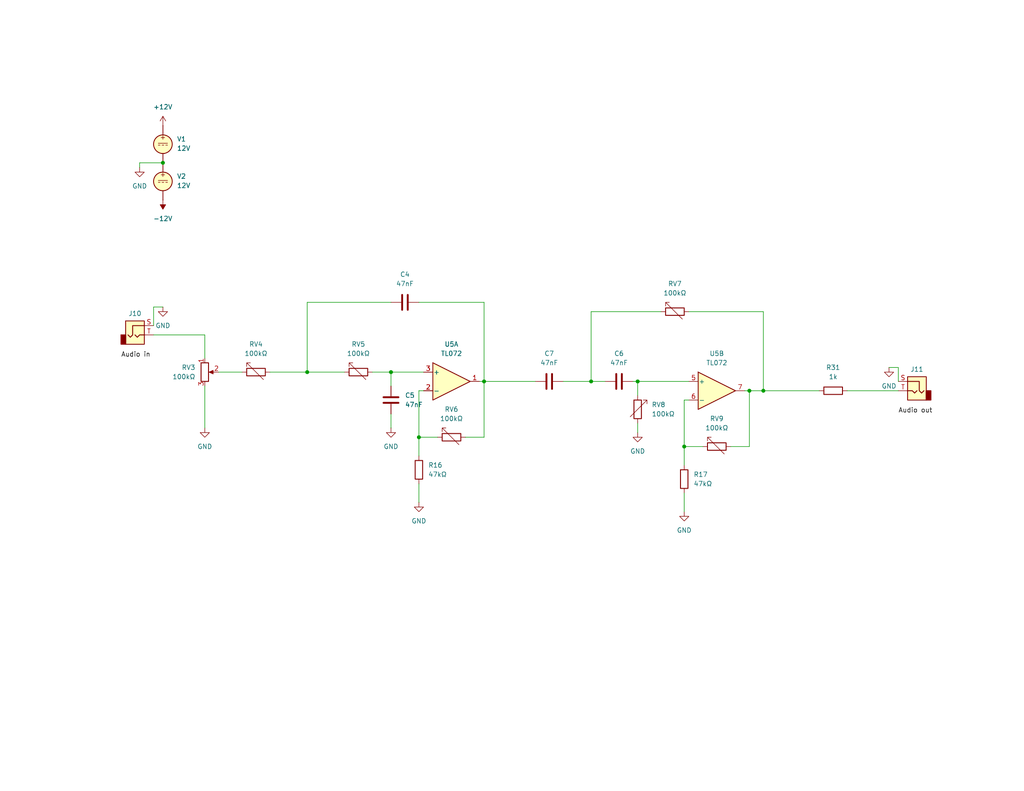
<source format=kicad_sch>
(kicad_sch
	(version 20231120)
	(generator "eeschema")
	(generator_version "8.0")
	(uuid "d82950d2-0239-45fe-b094-98353d07b6f9")
	(paper "USLetter")
	(title_block
		(title "Sillysizer VCF")
		(date "2024-10-27")
		(rev "2")
		(company "TEJ4M Ltd.")
	)
	(lib_symbols
		(symbol "Amplifier_Operational:TL072"
			(pin_names
				(offset 0.127)
			)
			(exclude_from_sim no)
			(in_bom yes)
			(on_board yes)
			(property "Reference" "U"
				(at 0 5.08 0)
				(effects
					(font
						(size 1.27 1.27)
					)
					(justify left)
				)
			)
			(property "Value" "TL072"
				(at 0 -5.08 0)
				(effects
					(font
						(size 1.27 1.27)
					)
					(justify left)
				)
			)
			(property "Footprint" ""
				(at 0 0 0)
				(effects
					(font
						(size 1.27 1.27)
					)
					(hide yes)
				)
			)
			(property "Datasheet" "http://www.ti.com/lit/ds/symlink/tl071.pdf"
				(at 0 0 0)
				(effects
					(font
						(size 1.27 1.27)
					)
					(hide yes)
				)
			)
			(property "Description" "Dual Low-Noise JFET-Input Operational Amplifiers, DIP-8/SOIC-8"
				(at 0 0 0)
				(effects
					(font
						(size 1.27 1.27)
					)
					(hide yes)
				)
			)
			(property "ki_locked" ""
				(at 0 0 0)
				(effects
					(font
						(size 1.27 1.27)
					)
				)
			)
			(property "ki_keywords" "dual opamp"
				(at 0 0 0)
				(effects
					(font
						(size 1.27 1.27)
					)
					(hide yes)
				)
			)
			(property "ki_fp_filters" "SOIC*3.9x4.9mm*P1.27mm* DIP*W7.62mm* TO*99* OnSemi*Micro8* TSSOP*3x3mm*P0.65mm* TSSOP*4.4x3mm*P0.65mm* MSOP*3x3mm*P0.65mm* SSOP*3.9x4.9mm*P0.635mm* LFCSP*2x2mm*P0.5mm* *SIP* SOIC*5.3x6.2mm*P1.27mm*"
				(at 0 0 0)
				(effects
					(font
						(size 1.27 1.27)
					)
					(hide yes)
				)
			)
			(symbol "TL072_1_1"
				(polyline
					(pts
						(xy -5.08 5.08) (xy 5.08 0) (xy -5.08 -5.08) (xy -5.08 5.08)
					)
					(stroke
						(width 0.254)
						(type default)
					)
					(fill
						(type background)
					)
				)
				(pin output line
					(at 7.62 0 180)
					(length 2.54)
					(name "~"
						(effects
							(font
								(size 1.27 1.27)
							)
						)
					)
					(number "1"
						(effects
							(font
								(size 1.27 1.27)
							)
						)
					)
				)
				(pin input line
					(at -7.62 -2.54 0)
					(length 2.54)
					(name "-"
						(effects
							(font
								(size 1.27 1.27)
							)
						)
					)
					(number "2"
						(effects
							(font
								(size 1.27 1.27)
							)
						)
					)
				)
				(pin input line
					(at -7.62 2.54 0)
					(length 2.54)
					(name "+"
						(effects
							(font
								(size 1.27 1.27)
							)
						)
					)
					(number "3"
						(effects
							(font
								(size 1.27 1.27)
							)
						)
					)
				)
			)
			(symbol "TL072_2_1"
				(polyline
					(pts
						(xy -5.08 5.08) (xy 5.08 0) (xy -5.08 -5.08) (xy -5.08 5.08)
					)
					(stroke
						(width 0.254)
						(type default)
					)
					(fill
						(type background)
					)
				)
				(pin input line
					(at -7.62 2.54 0)
					(length 2.54)
					(name "+"
						(effects
							(font
								(size 1.27 1.27)
							)
						)
					)
					(number "5"
						(effects
							(font
								(size 1.27 1.27)
							)
						)
					)
				)
				(pin input line
					(at -7.62 -2.54 0)
					(length 2.54)
					(name "-"
						(effects
							(font
								(size 1.27 1.27)
							)
						)
					)
					(number "6"
						(effects
							(font
								(size 1.27 1.27)
							)
						)
					)
				)
				(pin output line
					(at 7.62 0 180)
					(length 2.54)
					(name "~"
						(effects
							(font
								(size 1.27 1.27)
							)
						)
					)
					(number "7"
						(effects
							(font
								(size 1.27 1.27)
							)
						)
					)
				)
			)
			(symbol "TL072_3_1"
				(pin power_in line
					(at -2.54 -7.62 90)
					(length 3.81)
					(name "V-"
						(effects
							(font
								(size 1.27 1.27)
							)
						)
					)
					(number "4"
						(effects
							(font
								(size 1.27 1.27)
							)
						)
					)
				)
				(pin power_in line
					(at -2.54 7.62 270)
					(length 3.81)
					(name "V+"
						(effects
							(font
								(size 1.27 1.27)
							)
						)
					)
					(number "8"
						(effects
							(font
								(size 1.27 1.27)
							)
						)
					)
				)
			)
		)
		(symbol "Connector_Audio:AudioJack2"
			(exclude_from_sim no)
			(in_bom yes)
			(on_board yes)
			(property "Reference" "J"
				(at 0 8.89 0)
				(effects
					(font
						(size 1.27 1.27)
					)
				)
			)
			(property "Value" "AudioJack2"
				(at 0 6.35 0)
				(effects
					(font
						(size 1.27 1.27)
					)
				)
			)
			(property "Footprint" ""
				(at 0 0 0)
				(effects
					(font
						(size 1.27 1.27)
					)
					(hide yes)
				)
			)
			(property "Datasheet" "~"
				(at 0 0 0)
				(effects
					(font
						(size 1.27 1.27)
					)
					(hide yes)
				)
			)
			(property "Description" "Audio Jack, 2 Poles (Mono / TS)"
				(at 0 0 0)
				(effects
					(font
						(size 1.27 1.27)
					)
					(hide yes)
				)
			)
			(property "ki_keywords" "audio jack receptacle mono phone headphone TS connector"
				(at 0 0 0)
				(effects
					(font
						(size 1.27 1.27)
					)
					(hide yes)
				)
			)
			(property "ki_fp_filters" "Jack*"
				(at 0 0 0)
				(effects
					(font
						(size 1.27 1.27)
					)
					(hide yes)
				)
			)
			(symbol "AudioJack2_0_1"
				(rectangle
					(start -3.81 0)
					(end -2.54 -2.54)
					(stroke
						(width 0.254)
						(type default)
					)
					(fill
						(type outline)
					)
				)
				(rectangle
					(start -2.54 3.81)
					(end 2.54 -2.54)
					(stroke
						(width 0.254)
						(type default)
					)
					(fill
						(type background)
					)
				)
				(polyline
					(pts
						(xy 0 0) (xy 0.635 -0.635) (xy 1.27 0) (xy 2.54 0)
					)
					(stroke
						(width 0.254)
						(type default)
					)
					(fill
						(type none)
					)
				)
				(polyline
					(pts
						(xy 2.54 2.54) (xy -0.635 2.54) (xy -0.635 0) (xy -1.27 -0.635) (xy -1.905 0)
					)
					(stroke
						(width 0.254)
						(type default)
					)
					(fill
						(type none)
					)
				)
			)
			(symbol "AudioJack2_1_1"
				(pin passive line
					(at 5.08 2.54 180)
					(length 2.54)
					(name "~"
						(effects
							(font
								(size 1.27 1.27)
							)
						)
					)
					(number "S"
						(effects
							(font
								(size 1.27 1.27)
							)
						)
					)
				)
				(pin passive line
					(at 5.08 0 180)
					(length 2.54)
					(name "~"
						(effects
							(font
								(size 1.27 1.27)
							)
						)
					)
					(number "T"
						(effects
							(font
								(size 1.27 1.27)
							)
						)
					)
				)
			)
		)
		(symbol "Device:C"
			(pin_numbers hide)
			(pin_names
				(offset 0.254)
			)
			(exclude_from_sim no)
			(in_bom yes)
			(on_board yes)
			(property "Reference" "C"
				(at 0.635 2.54 0)
				(effects
					(font
						(size 1.27 1.27)
					)
					(justify left)
				)
			)
			(property "Value" "C"
				(at 0.635 -2.54 0)
				(effects
					(font
						(size 1.27 1.27)
					)
					(justify left)
				)
			)
			(property "Footprint" ""
				(at 0.9652 -3.81 0)
				(effects
					(font
						(size 1.27 1.27)
					)
					(hide yes)
				)
			)
			(property "Datasheet" "~"
				(at 0 0 0)
				(effects
					(font
						(size 1.27 1.27)
					)
					(hide yes)
				)
			)
			(property "Description" "Unpolarized capacitor"
				(at 0 0 0)
				(effects
					(font
						(size 1.27 1.27)
					)
					(hide yes)
				)
			)
			(property "ki_keywords" "cap capacitor"
				(at 0 0 0)
				(effects
					(font
						(size 1.27 1.27)
					)
					(hide yes)
				)
			)
			(property "ki_fp_filters" "C_*"
				(at 0 0 0)
				(effects
					(font
						(size 1.27 1.27)
					)
					(hide yes)
				)
			)
			(symbol "C_0_1"
				(polyline
					(pts
						(xy -2.032 -0.762) (xy 2.032 -0.762)
					)
					(stroke
						(width 0.508)
						(type default)
					)
					(fill
						(type none)
					)
				)
				(polyline
					(pts
						(xy -2.032 0.762) (xy 2.032 0.762)
					)
					(stroke
						(width 0.508)
						(type default)
					)
					(fill
						(type none)
					)
				)
			)
			(symbol "C_1_1"
				(pin passive line
					(at 0 3.81 270)
					(length 2.794)
					(name "~"
						(effects
							(font
								(size 1.27 1.27)
							)
						)
					)
					(number "1"
						(effects
							(font
								(size 1.27 1.27)
							)
						)
					)
				)
				(pin passive line
					(at 0 -3.81 90)
					(length 2.794)
					(name "~"
						(effects
							(font
								(size 1.27 1.27)
							)
						)
					)
					(number "2"
						(effects
							(font
								(size 1.27 1.27)
							)
						)
					)
				)
			)
		)
		(symbol "Device:R"
			(pin_numbers hide)
			(pin_names
				(offset 0)
			)
			(exclude_from_sim no)
			(in_bom yes)
			(on_board yes)
			(property "Reference" "R"
				(at 2.032 0 90)
				(effects
					(font
						(size 1.27 1.27)
					)
				)
			)
			(property "Value" "R"
				(at 0 0 90)
				(effects
					(font
						(size 1.27 1.27)
					)
				)
			)
			(property "Footprint" ""
				(at -1.778 0 90)
				(effects
					(font
						(size 1.27 1.27)
					)
					(hide yes)
				)
			)
			(property "Datasheet" "~"
				(at 0 0 0)
				(effects
					(font
						(size 1.27 1.27)
					)
					(hide yes)
				)
			)
			(property "Description" "Resistor"
				(at 0 0 0)
				(effects
					(font
						(size 1.27 1.27)
					)
					(hide yes)
				)
			)
			(property "ki_keywords" "R res resistor"
				(at 0 0 0)
				(effects
					(font
						(size 1.27 1.27)
					)
					(hide yes)
				)
			)
			(property "ki_fp_filters" "R_*"
				(at 0 0 0)
				(effects
					(font
						(size 1.27 1.27)
					)
					(hide yes)
				)
			)
			(symbol "R_0_1"
				(rectangle
					(start -1.016 -2.54)
					(end 1.016 2.54)
					(stroke
						(width 0.254)
						(type default)
					)
					(fill
						(type none)
					)
				)
			)
			(symbol "R_1_1"
				(pin passive line
					(at 0 3.81 270)
					(length 1.27)
					(name "~"
						(effects
							(font
								(size 1.27 1.27)
							)
						)
					)
					(number "1"
						(effects
							(font
								(size 1.27 1.27)
							)
						)
					)
				)
				(pin passive line
					(at 0 -3.81 90)
					(length 1.27)
					(name "~"
						(effects
							(font
								(size 1.27 1.27)
							)
						)
					)
					(number "2"
						(effects
							(font
								(size 1.27 1.27)
							)
						)
					)
				)
			)
		)
		(symbol "Device:R_Potentiometer"
			(pin_names
				(offset 1.016) hide)
			(exclude_from_sim no)
			(in_bom yes)
			(on_board yes)
			(property "Reference" "RV"
				(at -4.445 0 90)
				(effects
					(font
						(size 1.27 1.27)
					)
				)
			)
			(property "Value" "R_Potentiometer"
				(at -2.54 0 90)
				(effects
					(font
						(size 1.27 1.27)
					)
				)
			)
			(property "Footprint" ""
				(at 0 0 0)
				(effects
					(font
						(size 1.27 1.27)
					)
					(hide yes)
				)
			)
			(property "Datasheet" "~"
				(at 0 0 0)
				(effects
					(font
						(size 1.27 1.27)
					)
					(hide yes)
				)
			)
			(property "Description" "Potentiometer"
				(at 0 0 0)
				(effects
					(font
						(size 1.27 1.27)
					)
					(hide yes)
				)
			)
			(property "ki_keywords" "resistor variable"
				(at 0 0 0)
				(effects
					(font
						(size 1.27 1.27)
					)
					(hide yes)
				)
			)
			(property "ki_fp_filters" "Potentiometer*"
				(at 0 0 0)
				(effects
					(font
						(size 1.27 1.27)
					)
					(hide yes)
				)
			)
			(symbol "R_Potentiometer_0_1"
				(polyline
					(pts
						(xy 2.54 0) (xy 1.524 0)
					)
					(stroke
						(width 0)
						(type default)
					)
					(fill
						(type none)
					)
				)
				(polyline
					(pts
						(xy 1.143 0) (xy 2.286 0.508) (xy 2.286 -0.508) (xy 1.143 0)
					)
					(stroke
						(width 0)
						(type default)
					)
					(fill
						(type outline)
					)
				)
				(rectangle
					(start 1.016 2.54)
					(end -1.016 -2.54)
					(stroke
						(width 0.254)
						(type default)
					)
					(fill
						(type none)
					)
				)
			)
			(symbol "R_Potentiometer_1_1"
				(pin passive line
					(at 0 3.81 270)
					(length 1.27)
					(name "1"
						(effects
							(font
								(size 1.27 1.27)
							)
						)
					)
					(number "1"
						(effects
							(font
								(size 1.27 1.27)
							)
						)
					)
				)
				(pin passive line
					(at 3.81 0 180)
					(length 1.27)
					(name "2"
						(effects
							(font
								(size 1.27 1.27)
							)
						)
					)
					(number "2"
						(effects
							(font
								(size 1.27 1.27)
							)
						)
					)
				)
				(pin passive line
					(at 0 -3.81 90)
					(length 1.27)
					(name "3"
						(effects
							(font
								(size 1.27 1.27)
							)
						)
					)
					(number "3"
						(effects
							(font
								(size 1.27 1.27)
							)
						)
					)
				)
			)
		)
		(symbol "Device:R_Variable"
			(pin_numbers hide)
			(pin_names
				(offset 0)
			)
			(exclude_from_sim no)
			(in_bom yes)
			(on_board yes)
			(property "Reference" "R"
				(at 2.54 -2.54 90)
				(effects
					(font
						(size 1.27 1.27)
					)
					(justify left)
				)
			)
			(property "Value" "R_Variable"
				(at -2.54 -1.27 90)
				(effects
					(font
						(size 1.27 1.27)
					)
					(justify left)
				)
			)
			(property "Footprint" ""
				(at -1.778 0 90)
				(effects
					(font
						(size 1.27 1.27)
					)
					(hide yes)
				)
			)
			(property "Datasheet" "~"
				(at 0 0 0)
				(effects
					(font
						(size 1.27 1.27)
					)
					(hide yes)
				)
			)
			(property "Description" "Variable resistor"
				(at 0 0 0)
				(effects
					(font
						(size 1.27 1.27)
					)
					(hide yes)
				)
			)
			(property "ki_keywords" "R res resistor variable potentiometer rheostat"
				(at 0 0 0)
				(effects
					(font
						(size 1.27 1.27)
					)
					(hide yes)
				)
			)
			(property "ki_fp_filters" "R_*"
				(at 0 0 0)
				(effects
					(font
						(size 1.27 1.27)
					)
					(hide yes)
				)
			)
			(symbol "R_Variable_0_1"
				(rectangle
					(start -1.016 -2.54)
					(end 1.016 2.54)
					(stroke
						(width 0.254)
						(type default)
					)
					(fill
						(type none)
					)
				)
				(polyline
					(pts
						(xy 2.54 1.524) (xy 2.54 2.54) (xy 1.524 2.54) (xy 2.54 2.54) (xy -2.032 -2.032)
					)
					(stroke
						(width 0)
						(type default)
					)
					(fill
						(type none)
					)
				)
			)
			(symbol "R_Variable_1_1"
				(pin passive line
					(at 0 3.81 270)
					(length 1.27)
					(name "~"
						(effects
							(font
								(size 1.27 1.27)
							)
						)
					)
					(number "1"
						(effects
							(font
								(size 1.27 1.27)
							)
						)
					)
				)
				(pin passive line
					(at 0 -3.81 90)
					(length 1.27)
					(name "~"
						(effects
							(font
								(size 1.27 1.27)
							)
						)
					)
					(number "2"
						(effects
							(font
								(size 1.27 1.27)
							)
						)
					)
				)
			)
		)
		(symbol "Simulation_SPICE:VDC"
			(pin_numbers hide)
			(pin_names
				(offset 0.0254)
			)
			(exclude_from_sim no)
			(in_bom yes)
			(on_board yes)
			(property "Reference" "V"
				(at 2.54 2.54 0)
				(effects
					(font
						(size 1.27 1.27)
					)
					(justify left)
				)
			)
			(property "Value" "1"
				(at 2.54 0 0)
				(effects
					(font
						(size 1.27 1.27)
					)
					(justify left)
				)
			)
			(property "Footprint" ""
				(at 0 0 0)
				(effects
					(font
						(size 1.27 1.27)
					)
					(hide yes)
				)
			)
			(property "Datasheet" "https://ngspice.sourceforge.io/docs/ngspice-html-manual/manual.xhtml#sec_Independent_Sources_for"
				(at 0 0 0)
				(effects
					(font
						(size 1.27 1.27)
					)
					(hide yes)
				)
			)
			(property "Description" "Voltage source, DC"
				(at 0 0 0)
				(effects
					(font
						(size 1.27 1.27)
					)
					(hide yes)
				)
			)
			(property "Sim.Pins" "1=+ 2=-"
				(at 0 0 0)
				(effects
					(font
						(size 1.27 1.27)
					)
					(hide yes)
				)
			)
			(property "Sim.Type" "DC"
				(at 0 0 0)
				(effects
					(font
						(size 1.27 1.27)
					)
					(hide yes)
				)
			)
			(property "Sim.Device" "V"
				(at 0 0 0)
				(effects
					(font
						(size 1.27 1.27)
					)
					(justify left)
					(hide yes)
				)
			)
			(property "ki_keywords" "simulation"
				(at 0 0 0)
				(effects
					(font
						(size 1.27 1.27)
					)
					(hide yes)
				)
			)
			(symbol "VDC_0_0"
				(polyline
					(pts
						(xy -1.27 0.254) (xy 1.27 0.254)
					)
					(stroke
						(width 0)
						(type default)
					)
					(fill
						(type none)
					)
				)
				(polyline
					(pts
						(xy -0.762 -0.254) (xy -1.27 -0.254)
					)
					(stroke
						(width 0)
						(type default)
					)
					(fill
						(type none)
					)
				)
				(polyline
					(pts
						(xy 0.254 -0.254) (xy -0.254 -0.254)
					)
					(stroke
						(width 0)
						(type default)
					)
					(fill
						(type none)
					)
				)
				(polyline
					(pts
						(xy 1.27 -0.254) (xy 0.762 -0.254)
					)
					(stroke
						(width 0)
						(type default)
					)
					(fill
						(type none)
					)
				)
				(text "+"
					(at 0 1.905 0)
					(effects
						(font
							(size 1.27 1.27)
						)
					)
				)
			)
			(symbol "VDC_0_1"
				(circle
					(center 0 0)
					(radius 2.54)
					(stroke
						(width 0.254)
						(type default)
					)
					(fill
						(type background)
					)
				)
			)
			(symbol "VDC_1_1"
				(pin passive line
					(at 0 5.08 270)
					(length 2.54)
					(name "~"
						(effects
							(font
								(size 1.27 1.27)
							)
						)
					)
					(number "1"
						(effects
							(font
								(size 1.27 1.27)
							)
						)
					)
				)
				(pin passive line
					(at 0 -5.08 90)
					(length 2.54)
					(name "~"
						(effects
							(font
								(size 1.27 1.27)
							)
						)
					)
					(number "2"
						(effects
							(font
								(size 1.27 1.27)
							)
						)
					)
				)
			)
		)
		(symbol "power:+12V"
			(power)
			(pin_numbers hide)
			(pin_names
				(offset 0) hide)
			(exclude_from_sim no)
			(in_bom yes)
			(on_board yes)
			(property "Reference" "#PWR"
				(at 0 -3.81 0)
				(effects
					(font
						(size 1.27 1.27)
					)
					(hide yes)
				)
			)
			(property "Value" "+12V"
				(at 0 3.556 0)
				(effects
					(font
						(size 1.27 1.27)
					)
				)
			)
			(property "Footprint" ""
				(at 0 0 0)
				(effects
					(font
						(size 1.27 1.27)
					)
					(hide yes)
				)
			)
			(property "Datasheet" ""
				(at 0 0 0)
				(effects
					(font
						(size 1.27 1.27)
					)
					(hide yes)
				)
			)
			(property "Description" "Power symbol creates a global label with name \"+12V\""
				(at 0 0 0)
				(effects
					(font
						(size 1.27 1.27)
					)
					(hide yes)
				)
			)
			(property "ki_keywords" "global power"
				(at 0 0 0)
				(effects
					(font
						(size 1.27 1.27)
					)
					(hide yes)
				)
			)
			(symbol "+12V_0_1"
				(polyline
					(pts
						(xy -0.762 1.27) (xy 0 2.54)
					)
					(stroke
						(width 0)
						(type default)
					)
					(fill
						(type none)
					)
				)
				(polyline
					(pts
						(xy 0 0) (xy 0 2.54)
					)
					(stroke
						(width 0)
						(type default)
					)
					(fill
						(type none)
					)
				)
				(polyline
					(pts
						(xy 0 2.54) (xy 0.762 1.27)
					)
					(stroke
						(width 0)
						(type default)
					)
					(fill
						(type none)
					)
				)
			)
			(symbol "+12V_1_1"
				(pin power_in line
					(at 0 0 90)
					(length 0)
					(name "~"
						(effects
							(font
								(size 1.27 1.27)
							)
						)
					)
					(number "1"
						(effects
							(font
								(size 1.27 1.27)
							)
						)
					)
				)
			)
		)
		(symbol "power:-12V"
			(power)
			(pin_numbers hide)
			(pin_names
				(offset 0) hide)
			(exclude_from_sim no)
			(in_bom yes)
			(on_board yes)
			(property "Reference" "#PWR"
				(at 0 -3.81 0)
				(effects
					(font
						(size 1.27 1.27)
					)
					(hide yes)
				)
			)
			(property "Value" "-12V"
				(at 0 3.556 0)
				(effects
					(font
						(size 1.27 1.27)
					)
				)
			)
			(property "Footprint" ""
				(at 0 0 0)
				(effects
					(font
						(size 1.27 1.27)
					)
					(hide yes)
				)
			)
			(property "Datasheet" ""
				(at 0 0 0)
				(effects
					(font
						(size 1.27 1.27)
					)
					(hide yes)
				)
			)
			(property "Description" "Power symbol creates a global label with name \"-12V\""
				(at 0 0 0)
				(effects
					(font
						(size 1.27 1.27)
					)
					(hide yes)
				)
			)
			(property "ki_keywords" "global power"
				(at 0 0 0)
				(effects
					(font
						(size 1.27 1.27)
					)
					(hide yes)
				)
			)
			(symbol "-12V_0_0"
				(pin power_in line
					(at 0 0 90)
					(length 0)
					(name "~"
						(effects
							(font
								(size 1.27 1.27)
							)
						)
					)
					(number "1"
						(effects
							(font
								(size 1.27 1.27)
							)
						)
					)
				)
			)
			(symbol "-12V_0_1"
				(polyline
					(pts
						(xy 0 0) (xy 0 1.27) (xy 0.762 1.27) (xy 0 2.54) (xy -0.762 1.27) (xy 0 1.27)
					)
					(stroke
						(width 0)
						(type default)
					)
					(fill
						(type outline)
					)
				)
			)
		)
		(symbol "power:GND"
			(power)
			(pin_numbers hide)
			(pin_names
				(offset 0) hide)
			(exclude_from_sim no)
			(in_bom yes)
			(on_board yes)
			(property "Reference" "#PWR"
				(at 0 -6.35 0)
				(effects
					(font
						(size 1.27 1.27)
					)
					(hide yes)
				)
			)
			(property "Value" "GND"
				(at 0 -3.81 0)
				(effects
					(font
						(size 1.27 1.27)
					)
				)
			)
			(property "Footprint" ""
				(at 0 0 0)
				(effects
					(font
						(size 1.27 1.27)
					)
					(hide yes)
				)
			)
			(property "Datasheet" ""
				(at 0 0 0)
				(effects
					(font
						(size 1.27 1.27)
					)
					(hide yes)
				)
			)
			(property "Description" "Power symbol creates a global label with name \"GND\" , ground"
				(at 0 0 0)
				(effects
					(font
						(size 1.27 1.27)
					)
					(hide yes)
				)
			)
			(property "ki_keywords" "global power"
				(at 0 0 0)
				(effects
					(font
						(size 1.27 1.27)
					)
					(hide yes)
				)
			)
			(symbol "GND_0_1"
				(polyline
					(pts
						(xy 0 0) (xy 0 -1.27) (xy 1.27 -1.27) (xy 0 -2.54) (xy -1.27 -1.27) (xy 0 -1.27)
					)
					(stroke
						(width 0)
						(type default)
					)
					(fill
						(type none)
					)
				)
			)
			(symbol "GND_1_1"
				(pin power_in line
					(at 0 0 270)
					(length 0)
					(name "~"
						(effects
							(font
								(size 1.27 1.27)
							)
						)
					)
					(number "1"
						(effects
							(font
								(size 1.27 1.27)
							)
						)
					)
				)
			)
		)
	)
	(junction
		(at 114.3 119.38)
		(diameter 0)
		(color 0 0 0 0)
		(uuid "039a49db-856e-427a-a244-c44ca7683be8")
	)
	(junction
		(at 204.47 106.68)
		(diameter 0)
		(color 0 0 0 0)
		(uuid "33fbe58b-7267-4581-94c0-389fc4897bae")
	)
	(junction
		(at 173.99 104.14)
		(diameter 0)
		(color 0 0 0 0)
		(uuid "34d37b47-7096-45c0-a76e-0b94e71e3e81")
	)
	(junction
		(at 208.28 106.68)
		(diameter 0)
		(color 0 0 0 0)
		(uuid "368d4181-e08c-434a-b74b-5da3cdd673d8")
	)
	(junction
		(at 106.68 101.6)
		(diameter 0)
		(color 0 0 0 0)
		(uuid "3a8c6b11-9e32-4ae4-b07c-fbe4138c7644")
	)
	(junction
		(at 132.08 104.14)
		(diameter 0)
		(color 0 0 0 0)
		(uuid "45075547-c36e-4fec-b876-0d4be93c483a")
	)
	(junction
		(at 83.82 101.6)
		(diameter 0)
		(color 0 0 0 0)
		(uuid "4689f1bf-efaf-4c8a-98b0-23a6a11df9e3")
	)
	(junction
		(at 186.69 121.92)
		(diameter 0)
		(color 0 0 0 0)
		(uuid "47f1a1f8-af7e-449f-96cf-67369daca9cd")
	)
	(junction
		(at 161.29 104.14)
		(diameter 0)
		(color 0 0 0 0)
		(uuid "6f2bb92a-ba5a-4ec2-8d76-536620ca7172")
	)
	(junction
		(at 44.45 44.45)
		(diameter 0)
		(color 0 0 0 0)
		(uuid "e72158e9-4995-4aa1-9901-4caecdf5ac6f")
	)
	(wire
		(pts
			(xy 186.69 109.22) (xy 186.69 121.92)
		)
		(stroke
			(width 0)
			(type default)
		)
		(uuid "05bc6d48-a268-4c48-86d5-982b7b2a26fd")
	)
	(wire
		(pts
			(xy 127 119.38) (xy 132.08 119.38)
		)
		(stroke
			(width 0)
			(type default)
		)
		(uuid "09069035-b9f4-449a-8614-350427bcdaf5")
	)
	(wire
		(pts
			(xy 101.6 101.6) (xy 106.68 101.6)
		)
		(stroke
			(width 0)
			(type default)
		)
		(uuid "11acc02b-8606-4298-8fb0-725db4ebdcec")
	)
	(wire
		(pts
			(xy 199.39 121.92) (xy 204.47 121.92)
		)
		(stroke
			(width 0)
			(type default)
		)
		(uuid "1d0d84c7-d2a1-4d5a-8774-d580937175a4")
	)
	(wire
		(pts
			(xy 186.69 109.22) (xy 187.96 109.22)
		)
		(stroke
			(width 0)
			(type default)
		)
		(uuid "20c0b1a8-781b-433a-82f4-ed8021a77f18")
	)
	(wire
		(pts
			(xy 106.68 101.6) (xy 106.68 105.41)
		)
		(stroke
			(width 0)
			(type default)
		)
		(uuid "292d5e83-f4f2-4763-b60d-a67e09231ec8")
	)
	(wire
		(pts
			(xy 231.14 106.68) (xy 245.11 106.68)
		)
		(stroke
			(width 0)
			(type default)
		)
		(uuid "35a81cfe-8e67-4b7e-a9bd-348fb98b5bf4")
	)
	(wire
		(pts
			(xy 41.91 83.82) (xy 44.45 83.82)
		)
		(stroke
			(width 0)
			(type default)
		)
		(uuid "41507390-f390-4213-8115-fb96cf94c522")
	)
	(wire
		(pts
			(xy 106.68 101.6) (xy 115.57 101.6)
		)
		(stroke
			(width 0)
			(type default)
		)
		(uuid "42ddd83b-38f2-4af8-a3ce-780220f9c1ec")
	)
	(wire
		(pts
			(xy 208.28 85.09) (xy 208.28 106.68)
		)
		(stroke
			(width 0)
			(type default)
		)
		(uuid "436be3b3-78ed-46b5-92d9-4da0997dafd4")
	)
	(wire
		(pts
			(xy 173.99 115.57) (xy 173.99 118.11)
		)
		(stroke
			(width 0)
			(type default)
		)
		(uuid "43d9a353-343b-4c42-9534-5132024ca304")
	)
	(wire
		(pts
			(xy 204.47 121.92) (xy 204.47 106.68)
		)
		(stroke
			(width 0)
			(type default)
		)
		(uuid "45fbc43b-621b-46ec-8c92-4f6a6cc22008")
	)
	(wire
		(pts
			(xy 245.11 100.33) (xy 242.57 100.33)
		)
		(stroke
			(width 0)
			(type default)
		)
		(uuid "4f59df6e-4c9d-433f-ac31-b17ac2ca1077")
	)
	(wire
		(pts
			(xy 187.96 85.09) (xy 208.28 85.09)
		)
		(stroke
			(width 0)
			(type default)
		)
		(uuid "5040254f-91db-4daa-9fa1-ff68d9bec7a0")
	)
	(wire
		(pts
			(xy 38.1 44.45) (xy 44.45 44.45)
		)
		(stroke
			(width 0)
			(type default)
		)
		(uuid "51e68335-8a6b-483e-9917-cbf86e27b0e6")
	)
	(wire
		(pts
			(xy 132.08 82.55) (xy 132.08 104.14)
		)
		(stroke
			(width 0)
			(type default)
		)
		(uuid "57b6815b-b731-4a8e-b4e4-813b22108b36")
	)
	(wire
		(pts
			(xy 83.82 101.6) (xy 93.98 101.6)
		)
		(stroke
			(width 0)
			(type default)
		)
		(uuid "5ad36bb5-5e3c-4ef7-be46-4cdc9e05cf22")
	)
	(wire
		(pts
			(xy 114.3 106.68) (xy 115.57 106.68)
		)
		(stroke
			(width 0)
			(type default)
		)
		(uuid "5d6531e3-fb34-4006-945e-4d0d2b1666b1")
	)
	(wire
		(pts
			(xy 73.66 101.6) (xy 83.82 101.6)
		)
		(stroke
			(width 0)
			(type default)
		)
		(uuid "623112aa-43a7-419a-b8bf-9cfacdf6be1d")
	)
	(wire
		(pts
			(xy 38.1 44.45) (xy 38.1 45.72)
		)
		(stroke
			(width 0)
			(type default)
		)
		(uuid "668861f3-fcb6-463c-85e7-0ba7030e7005")
	)
	(wire
		(pts
			(xy 153.67 104.14) (xy 161.29 104.14)
		)
		(stroke
			(width 0)
			(type default)
		)
		(uuid "70988495-4922-468d-a150-58e07e10cbe8")
	)
	(wire
		(pts
			(xy 41.91 88.9) (xy 41.91 83.82)
		)
		(stroke
			(width 0)
			(type default)
		)
		(uuid "709c6452-1aff-4d2c-9125-2a71457de833")
	)
	(wire
		(pts
			(xy 172.72 104.14) (xy 173.99 104.14)
		)
		(stroke
			(width 0)
			(type default)
		)
		(uuid "71e6b52b-690a-4aa9-bb16-50fc27c9d8c2")
	)
	(wire
		(pts
			(xy 173.99 104.14) (xy 187.96 104.14)
		)
		(stroke
			(width 0)
			(type default)
		)
		(uuid "79f6bbf9-f2c9-4e7e-b0a6-4ab8ab213bc2")
	)
	(wire
		(pts
			(xy 83.82 82.55) (xy 83.82 101.6)
		)
		(stroke
			(width 0)
			(type default)
		)
		(uuid "7fb7dbd8-6c52-4015-86a8-e0c6aaf3e229")
	)
	(wire
		(pts
			(xy 186.69 121.92) (xy 186.69 127)
		)
		(stroke
			(width 0)
			(type default)
		)
		(uuid "7fd77292-3845-4218-bcbe-c1d8598d84e7")
	)
	(wire
		(pts
			(xy 114.3 119.38) (xy 114.3 124.46)
		)
		(stroke
			(width 0)
			(type default)
		)
		(uuid "808042e3-98a9-4790-bf2f-eff77c4cd917")
	)
	(wire
		(pts
			(xy 83.82 82.55) (xy 106.68 82.55)
		)
		(stroke
			(width 0)
			(type default)
		)
		(uuid "8120e7da-9713-4e41-bda5-0381f25c6097")
	)
	(wire
		(pts
			(xy 41.91 91.44) (xy 55.88 91.44)
		)
		(stroke
			(width 0)
			(type default)
		)
		(uuid "824946cb-096c-485b-a509-722b263bcf2f")
	)
	(wire
		(pts
			(xy 208.28 106.68) (xy 223.52 106.68)
		)
		(stroke
			(width 0)
			(type default)
		)
		(uuid "88e3b253-11a4-4e57-b1b3-f95e8e3add15")
	)
	(wire
		(pts
			(xy 106.68 113.03) (xy 106.68 116.84)
		)
		(stroke
			(width 0)
			(type default)
		)
		(uuid "96f21cbd-c35b-425b-97a9-070ed00b4c86")
	)
	(wire
		(pts
			(xy 180.34 85.09) (xy 161.29 85.09)
		)
		(stroke
			(width 0)
			(type default)
		)
		(uuid "99e07f5b-c144-48bc-a359-9171a2ea7160")
	)
	(wire
		(pts
			(xy 66.04 101.6) (xy 59.69 101.6)
		)
		(stroke
			(width 0)
			(type default)
		)
		(uuid "9dc9647a-fd25-48d1-9a37-c6baea583f60")
	)
	(wire
		(pts
			(xy 186.69 121.92) (xy 191.77 121.92)
		)
		(stroke
			(width 0)
			(type default)
		)
		(uuid "a23f4472-04fb-4655-9e07-ed6c138ff892")
	)
	(wire
		(pts
			(xy 114.3 119.38) (xy 119.38 119.38)
		)
		(stroke
			(width 0)
			(type default)
		)
		(uuid "ac81555f-5796-4cfa-8e6d-d008c0349a68")
	)
	(wire
		(pts
			(xy 132.08 104.14) (xy 146.05 104.14)
		)
		(stroke
			(width 0)
			(type default)
		)
		(uuid "b86211f8-4e87-487c-9bee-1bd0785eda20")
	)
	(wire
		(pts
			(xy 132.08 119.38) (xy 132.08 104.14)
		)
		(stroke
			(width 0)
			(type default)
		)
		(uuid "bc280ef1-0ad0-4316-8c6b-b58a1928dd2a")
	)
	(wire
		(pts
			(xy 161.29 104.14) (xy 165.1 104.14)
		)
		(stroke
			(width 0)
			(type default)
		)
		(uuid "c2685cca-c32f-4cdd-9cdb-059c547e9cd0")
	)
	(wire
		(pts
			(xy 114.3 106.68) (xy 114.3 119.38)
		)
		(stroke
			(width 0)
			(type default)
		)
		(uuid "c7e8d2dc-bd0a-482f-ae76-5e9d4d1a3b65")
	)
	(wire
		(pts
			(xy 161.29 85.09) (xy 161.29 104.14)
		)
		(stroke
			(width 0)
			(type default)
		)
		(uuid "c8e2f38b-0349-4770-961c-78902125548b")
	)
	(wire
		(pts
			(xy 55.88 105.41) (xy 55.88 116.84)
		)
		(stroke
			(width 0)
			(type default)
		)
		(uuid "ce68b4f6-d0fe-4658-858a-1ba4f5e8925a")
	)
	(wire
		(pts
			(xy 55.88 97.79) (xy 55.88 91.44)
		)
		(stroke
			(width 0)
			(type default)
		)
		(uuid "d888da35-fcb7-4f5a-b0cd-2b4389ffc4b3")
	)
	(wire
		(pts
			(xy 130.81 104.14) (xy 132.08 104.14)
		)
		(stroke
			(width 0)
			(type default)
		)
		(uuid "d8e8d7ce-e213-4ab5-8235-7e98d459aab8")
	)
	(wire
		(pts
			(xy 245.11 104.14) (xy 245.11 100.33)
		)
		(stroke
			(width 0)
			(type default)
		)
		(uuid "d9579b2c-0e7e-4602-ab6a-6e2d6894922b")
	)
	(wire
		(pts
			(xy 204.47 106.68) (xy 208.28 106.68)
		)
		(stroke
			(width 0)
			(type default)
		)
		(uuid "daf1d0ee-d366-44de-b33c-fbd7a1b98b60")
	)
	(wire
		(pts
			(xy 114.3 82.55) (xy 132.08 82.55)
		)
		(stroke
			(width 0)
			(type default)
		)
		(uuid "dc6e8845-4609-4d5f-9efe-b54e39737c33")
	)
	(wire
		(pts
			(xy 114.3 132.08) (xy 114.3 137.16)
		)
		(stroke
			(width 0)
			(type default)
		)
		(uuid "e55a153b-44c9-40e2-9d47-c87c3e83deca")
	)
	(wire
		(pts
			(xy 186.69 134.62) (xy 186.69 139.7)
		)
		(stroke
			(width 0)
			(type default)
		)
		(uuid "ee32ddea-a631-4a36-8679-b765cca2f600")
	)
	(wire
		(pts
			(xy 173.99 104.14) (xy 173.99 107.95)
		)
		(stroke
			(width 0)
			(type default)
		)
		(uuid "f9d2071b-69c5-4e30-b76f-a24f2305b24c")
	)
	(wire
		(pts
			(xy 203.2 106.68) (xy 204.47 106.68)
		)
		(stroke
			(width 0)
			(type default)
		)
		(uuid "fc69a4bc-f677-4e21-ac83-1aa489c2d55e")
	)
	(label "Audio out"
		(at 245.11 113.03 0)
		(fields_autoplaced yes)
		(effects
			(font
				(size 1.27 1.27)
			)
			(justify left bottom)
		)
		(uuid "1b266695-35db-43fa-bd5b-e30436c269e6")
	)
	(label "Audio in"
		(at 33.02 97.79 0)
		(fields_autoplaced yes)
		(effects
			(font
				(size 1.27 1.27)
			)
			(justify left bottom)
		)
		(uuid "7b277e67-e519-40b5-8014-fa083077a172")
	)
	(symbol
		(lib_id "Device:R")
		(at 114.3 128.27 0)
		(unit 1)
		(exclude_from_sim no)
		(in_bom yes)
		(on_board yes)
		(dnp no)
		(fields_autoplaced yes)
		(uuid "02e2b47c-a0a6-4983-a46d-f88040f8b6a7")
		(property "Reference" "R16"
			(at 116.84 126.9999 0)
			(effects
				(font
					(size 1.27 1.27)
				)
				(justify left)
			)
		)
		(property "Value" "47kΩ"
			(at 116.84 129.5399 0)
			(effects
				(font
					(size 1.27 1.27)
				)
				(justify left)
			)
		)
		(property "Footprint" ""
			(at 112.522 128.27 90)
			(effects
				(font
					(size 1.27 1.27)
				)
				(hide yes)
			)
		)
		(property "Datasheet" "~"
			(at 114.3 128.27 0)
			(effects
				(font
					(size 1.27 1.27)
				)
				(hide yes)
			)
		)
		(property "Description" "Resistor"
			(at 114.3 128.27 0)
			(effects
				(font
					(size 1.27 1.27)
				)
				(hide yes)
			)
		)
		(pin "1"
			(uuid "c43f396c-caf7-4952-b594-7d28e07312ae")
		)
		(pin "2"
			(uuid "d84278ed-afe4-4a4f-9146-79a267eb0146")
		)
		(instances
			(project ""
				(path "/bb092b85-e722-4e86-afc9-edfd62c321d0/07469247-0888-41bc-999d-af4677cec31c"
					(reference "R16")
					(unit 1)
				)
			)
		)
	)
	(symbol
		(lib_id "Device:R_Potentiometer")
		(at 55.88 101.6 0)
		(unit 1)
		(exclude_from_sim no)
		(in_bom yes)
		(on_board yes)
		(dnp no)
		(fields_autoplaced yes)
		(uuid "1cdc9161-c509-45ac-9d18-615cb8e73747")
		(property "Reference" "RV3"
			(at 53.34 100.3299 0)
			(effects
				(font
					(size 1.27 1.27)
				)
				(justify right)
			)
		)
		(property "Value" "100kΩ"
			(at 53.34 102.8699 0)
			(effects
				(font
					(size 1.27 1.27)
				)
				(justify right)
			)
		)
		(property "Footprint" ""
			(at 55.88 101.6 0)
			(effects
				(font
					(size 1.27 1.27)
				)
				(hide yes)
			)
		)
		(property "Datasheet" "~"
			(at 55.88 101.6 0)
			(effects
				(font
					(size 1.27 1.27)
				)
				(hide yes)
			)
		)
		(property "Description" "Potentiometer"
			(at 55.88 101.6 0)
			(effects
				(font
					(size 1.27 1.27)
				)
				(hide yes)
			)
		)
		(pin "2"
			(uuid "99c9cafb-411a-42bb-a69c-81613208eff2")
		)
		(pin "3"
			(uuid "9e799da3-cc47-4dbf-aded-0c52883bf595")
		)
		(pin "1"
			(uuid "ca57e458-17b3-44c7-8e08-328f359f5897")
		)
		(instances
			(project ""
				(path "/bb092b85-e722-4e86-afc9-edfd62c321d0/07469247-0888-41bc-999d-af4677cec31c"
					(reference "RV3")
					(unit 1)
				)
			)
		)
	)
	(symbol
		(lib_id "power:GND")
		(at 44.45 83.82 0)
		(unit 1)
		(exclude_from_sim no)
		(in_bom yes)
		(on_board yes)
		(dnp no)
		(fields_autoplaced yes)
		(uuid "1dec70d7-5432-463d-8790-7e14eb78d434")
		(property "Reference" "#PWR081"
			(at 44.45 90.17 0)
			(effects
				(font
					(size 1.27 1.27)
				)
				(hide yes)
			)
		)
		(property "Value" "GND"
			(at 44.45 88.9 0)
			(effects
				(font
					(size 1.27 1.27)
				)
			)
		)
		(property "Footprint" ""
			(at 44.45 83.82 0)
			(effects
				(font
					(size 1.27 1.27)
				)
				(hide yes)
			)
		)
		(property "Datasheet" ""
			(at 44.45 83.82 0)
			(effects
				(font
					(size 1.27 1.27)
				)
				(hide yes)
			)
		)
		(property "Description" "Power symbol creates a global label with name \"GND\" , ground"
			(at 44.45 83.82 0)
			(effects
				(font
					(size 1.27 1.27)
				)
				(hide yes)
			)
		)
		(pin "1"
			(uuid "ac08612a-9f5a-436a-8faf-0a794fd11ef0")
		)
		(instances
			(project "sillysizer"
				(path "/bb092b85-e722-4e86-afc9-edfd62c321d0/07469247-0888-41bc-999d-af4677cec31c"
					(reference "#PWR081")
					(unit 1)
				)
			)
		)
	)
	(symbol
		(lib_id "Device:C")
		(at 106.68 109.22 0)
		(unit 1)
		(exclude_from_sim no)
		(in_bom yes)
		(on_board yes)
		(dnp no)
		(fields_autoplaced yes)
		(uuid "22b874b1-d31a-4a93-91ce-6b7f48d07179")
		(property "Reference" "C5"
			(at 110.49 107.9499 0)
			(effects
				(font
					(size 1.27 1.27)
				)
				(justify left)
			)
		)
		(property "Value" "47nF"
			(at 110.49 110.4899 0)
			(effects
				(font
					(size 1.27 1.27)
				)
				(justify left)
			)
		)
		(property "Footprint" ""
			(at 107.6452 113.03 0)
			(effects
				(font
					(size 1.27 1.27)
				)
				(hide yes)
			)
		)
		(property "Datasheet" "~"
			(at 106.68 109.22 0)
			(effects
				(font
					(size 1.27 1.27)
				)
				(hide yes)
			)
		)
		(property "Description" "Unpolarized capacitor"
			(at 106.68 109.22 0)
			(effects
				(font
					(size 1.27 1.27)
				)
				(hide yes)
			)
		)
		(pin "1"
			(uuid "bf4b2057-e7ce-406c-af75-a763e2015016")
		)
		(pin "2"
			(uuid "61999bba-94c8-46d3-b893-8a47d4676b52")
		)
		(instances
			(project "sillysizer"
				(path "/bb092b85-e722-4e86-afc9-edfd62c321d0/07469247-0888-41bc-999d-af4677cec31c"
					(reference "C5")
					(unit 1)
				)
			)
		)
	)
	(symbol
		(lib_id "Device:R_Variable")
		(at 69.85 101.6 90)
		(unit 1)
		(exclude_from_sim no)
		(in_bom yes)
		(on_board yes)
		(dnp no)
		(fields_autoplaced yes)
		(uuid "2505ec0b-696d-44d5-9adc-da9fc97a1dfe")
		(property "Reference" "RV4"
			(at 69.85 93.98 90)
			(effects
				(font
					(size 1.27 1.27)
				)
			)
		)
		(property "Value" "100kΩ"
			(at 69.85 96.52 90)
			(effects
				(font
					(size 1.27 1.27)
				)
			)
		)
		(property "Footprint" ""
			(at 69.85 103.378 90)
			(effects
				(font
					(size 1.27 1.27)
				)
				(hide yes)
			)
		)
		(property "Datasheet" "~"
			(at 69.85 101.6 0)
			(effects
				(font
					(size 1.27 1.27)
				)
				(hide yes)
			)
		)
		(property "Description" "Variable resistor"
			(at 69.85 101.6 0)
			(effects
				(font
					(size 1.27 1.27)
				)
				(hide yes)
			)
		)
		(pin "2"
			(uuid "103885d0-ffeb-49f9-8b25-07fa263fa6c7")
		)
		(pin "1"
			(uuid "233ab836-0f09-4d4d-be4f-71110b0e6a9c")
		)
		(instances
			(project ""
				(path "/bb092b85-e722-4e86-afc9-edfd62c321d0/07469247-0888-41bc-999d-af4677cec31c"
					(reference "RV4")
					(unit 1)
				)
			)
		)
	)
	(symbol
		(lib_id "Device:C")
		(at 110.49 82.55 90)
		(unit 1)
		(exclude_from_sim no)
		(in_bom yes)
		(on_board yes)
		(dnp no)
		(fields_autoplaced yes)
		(uuid "3fd2432d-176e-42b2-9a91-779f09ce039c")
		(property "Reference" "C4"
			(at 110.49 74.93 90)
			(effects
				(font
					(size 1.27 1.27)
				)
			)
		)
		(property "Value" "47nF"
			(at 110.49 77.47 90)
			(effects
				(font
					(size 1.27 1.27)
				)
			)
		)
		(property "Footprint" ""
			(at 114.3 81.5848 0)
			(effects
				(font
					(size 1.27 1.27)
				)
				(hide yes)
			)
		)
		(property "Datasheet" "~"
			(at 110.49 82.55 0)
			(effects
				(font
					(size 1.27 1.27)
				)
				(hide yes)
			)
		)
		(property "Description" "Unpolarized capacitor"
			(at 110.49 82.55 0)
			(effects
				(font
					(size 1.27 1.27)
				)
				(hide yes)
			)
		)
		(pin "1"
			(uuid "2f5c9e62-3e53-4f5a-8e6a-0defea83b947")
		)
		(pin "2"
			(uuid "d2cff9a3-dd62-4a99-864f-db5b0a836aa3")
		)
		(instances
			(project ""
				(path "/bb092b85-e722-4e86-afc9-edfd62c321d0/07469247-0888-41bc-999d-af4677cec31c"
					(reference "C4")
					(unit 1)
				)
			)
		)
	)
	(symbol
		(lib_id "Device:R")
		(at 186.69 130.81 0)
		(unit 1)
		(exclude_from_sim no)
		(in_bom yes)
		(on_board yes)
		(dnp no)
		(fields_autoplaced yes)
		(uuid "43f50028-1f02-4869-ae86-159e7b790f58")
		(property "Reference" "R17"
			(at 189.23 129.5399 0)
			(effects
				(font
					(size 1.27 1.27)
				)
				(justify left)
			)
		)
		(property "Value" "47kΩ"
			(at 189.23 132.0799 0)
			(effects
				(font
					(size 1.27 1.27)
				)
				(justify left)
			)
		)
		(property "Footprint" ""
			(at 184.912 130.81 90)
			(effects
				(font
					(size 1.27 1.27)
				)
				(hide yes)
			)
		)
		(property "Datasheet" "~"
			(at 186.69 130.81 0)
			(effects
				(font
					(size 1.27 1.27)
				)
				(hide yes)
			)
		)
		(property "Description" "Resistor"
			(at 186.69 130.81 0)
			(effects
				(font
					(size 1.27 1.27)
				)
				(hide yes)
			)
		)
		(pin "1"
			(uuid "95e05b59-a601-4f07-8f90-4cdddc096bbb")
		)
		(pin "2"
			(uuid "bee99a18-14c2-4322-a73b-3afbe158a5f7")
		)
		(instances
			(project "sillysizer"
				(path "/bb092b85-e722-4e86-afc9-edfd62c321d0/07469247-0888-41bc-999d-af4677cec31c"
					(reference "R17")
					(unit 1)
				)
			)
		)
	)
	(symbol
		(lib_id "power:GND")
		(at 173.99 118.11 0)
		(unit 1)
		(exclude_from_sim no)
		(in_bom yes)
		(on_board yes)
		(dnp no)
		(fields_autoplaced yes)
		(uuid "4694beff-4f7e-472a-b371-0acfd0287c22")
		(property "Reference" "#PWR018"
			(at 173.99 124.46 0)
			(effects
				(font
					(size 1.27 1.27)
				)
				(hide yes)
			)
		)
		(property "Value" "GND"
			(at 173.99 123.19 0)
			(effects
				(font
					(size 1.27 1.27)
				)
			)
		)
		(property "Footprint" ""
			(at 173.99 118.11 0)
			(effects
				(font
					(size 1.27 1.27)
				)
				(hide yes)
			)
		)
		(property "Datasheet" ""
			(at 173.99 118.11 0)
			(effects
				(font
					(size 1.27 1.27)
				)
				(hide yes)
			)
		)
		(property "Description" "Power symbol creates a global label with name \"GND\" , ground"
			(at 173.99 118.11 0)
			(effects
				(font
					(size 1.27 1.27)
				)
				(hide yes)
			)
		)
		(pin "1"
			(uuid "75fa9707-cb4c-4ec9-9601-c6d9e172e5be")
		)
		(instances
			(project "sillysizer"
				(path "/bb092b85-e722-4e86-afc9-edfd62c321d0/07469247-0888-41bc-999d-af4677cec31c"
					(reference "#PWR018")
					(unit 1)
				)
			)
		)
	)
	(symbol
		(lib_id "power:GND")
		(at 242.57 100.33 0)
		(unit 1)
		(exclude_from_sim no)
		(in_bom yes)
		(on_board yes)
		(dnp no)
		(fields_autoplaced yes)
		(uuid "4b89b96c-0f90-4c7f-bcd9-5a1611e19441")
		(property "Reference" "#PWR082"
			(at 242.57 106.68 0)
			(effects
				(font
					(size 1.27 1.27)
				)
				(hide yes)
			)
		)
		(property "Value" "GND"
			(at 242.57 105.41 0)
			(effects
				(font
					(size 1.27 1.27)
				)
			)
		)
		(property "Footprint" ""
			(at 242.57 100.33 0)
			(effects
				(font
					(size 1.27 1.27)
				)
				(hide yes)
			)
		)
		(property "Datasheet" ""
			(at 242.57 100.33 0)
			(effects
				(font
					(size 1.27 1.27)
				)
				(hide yes)
			)
		)
		(property "Description" "Power symbol creates a global label with name \"GND\" , ground"
			(at 242.57 100.33 0)
			(effects
				(font
					(size 1.27 1.27)
				)
				(hide yes)
			)
		)
		(pin "1"
			(uuid "d89a1240-a576-446e-8533-a4a6db6c2a99")
		)
		(instances
			(project "sillysizer"
				(path "/bb092b85-e722-4e86-afc9-edfd62c321d0/07469247-0888-41bc-999d-af4677cec31c"
					(reference "#PWR082")
					(unit 1)
				)
			)
		)
	)
	(symbol
		(lib_id "Connector_Audio:AudioJack2")
		(at 250.19 106.68 0)
		(mirror y)
		(unit 1)
		(exclude_from_sim no)
		(in_bom yes)
		(on_board yes)
		(dnp no)
		(uuid "516446df-b383-43c9-920a-525785639f32")
		(property "Reference" "J11"
			(at 250.19 100.838 0)
			(effects
				(font
					(size 1.27 1.27)
				)
			)
		)
		(property "Value" "AudioJack2"
			(at 250.825 100.33 0)
			(effects
				(font
					(size 1.27 1.27)
				)
				(hide yes)
			)
		)
		(property "Footprint" ""
			(at 250.19 106.68 0)
			(effects
				(font
					(size 1.27 1.27)
				)
				(hide yes)
			)
		)
		(property "Datasheet" "~"
			(at 250.19 106.68 0)
			(effects
				(font
					(size 1.27 1.27)
				)
				(hide yes)
			)
		)
		(property "Description" "Audio Jack, 2 Poles (Mono / TS)"
			(at 250.19 106.68 0)
			(effects
				(font
					(size 1.27 1.27)
				)
				(hide yes)
			)
		)
		(pin "T"
			(uuid "01dae2ce-38ea-4eef-bd9d-c16b8fb7826f")
		)
		(pin "S"
			(uuid "b6b7fdf8-72c7-4bf6-940c-45c2436cc062")
		)
		(instances
			(project "sillysizer"
				(path "/bb092b85-e722-4e86-afc9-edfd62c321d0/07469247-0888-41bc-999d-af4677cec31c"
					(reference "J11")
					(unit 1)
				)
			)
		)
	)
	(symbol
		(lib_id "Amplifier_Operational:TL072")
		(at 195.58 106.68 0)
		(unit 2)
		(exclude_from_sim no)
		(in_bom yes)
		(on_board yes)
		(dnp no)
		(fields_autoplaced yes)
		(uuid "6a3f9bbc-da8c-41ca-ab0c-f755901a32c9")
		(property "Reference" "U5"
			(at 195.58 96.52 0)
			(effects
				(font
					(size 1.27 1.27)
				)
			)
		)
		(property "Value" "TL072"
			(at 195.58 99.06 0)
			(effects
				(font
					(size 1.27 1.27)
				)
			)
		)
		(property "Footprint" ""
			(at 195.58 106.68 0)
			(effects
				(font
					(size 1.27 1.27)
				)
				(hide yes)
			)
		)
		(property "Datasheet" "http://www.ti.com/lit/ds/symlink/tl071.pdf"
			(at 195.58 106.68 0)
			(effects
				(font
					(size 1.27 1.27)
				)
				(hide yes)
			)
		)
		(property "Description" "Dual Low-Noise JFET-Input Operational Amplifiers, DIP-8/SOIC-8"
			(at 195.58 106.68 0)
			(effects
				(font
					(size 1.27 1.27)
				)
				(hide yes)
			)
		)
		(pin "5"
			(uuid "556a8480-2fbb-4df2-a31f-5f9feaf5bfdd")
		)
		(pin "4"
			(uuid "c1dfed29-1883-41fc-96e1-391febd6b3f1")
		)
		(pin "7"
			(uuid "86fb8dc0-54d3-487e-9fff-497d3e2dd392")
		)
		(pin "6"
			(uuid "65380a7a-e14a-4d00-80cc-8e9edccf0f80")
		)
		(pin "8"
			(uuid "b57faba7-7fb1-4ca6-a702-8d83fe0f826c")
		)
		(pin "3"
			(uuid "9a3fde1f-8899-47c6-83fa-5b45fd32bfe7")
		)
		(pin "1"
			(uuid "cdcb4bc1-574a-47e1-890a-d8dd1cf30693")
		)
		(pin "2"
			(uuid "ac25d236-01b7-45b1-a1fb-bcc81be30565")
		)
		(instances
			(project ""
				(path "/bb092b85-e722-4e86-afc9-edfd62c321d0/07469247-0888-41bc-999d-af4677cec31c"
					(reference "U5")
					(unit 2)
				)
			)
		)
	)
	(symbol
		(lib_id "Simulation_SPICE:VDC")
		(at 44.45 39.37 0)
		(unit 1)
		(exclude_from_sim no)
		(in_bom yes)
		(on_board yes)
		(dnp no)
		(fields_autoplaced yes)
		(uuid "6a53884b-a84e-4dcf-b757-e34584923d5d")
		(property "Reference" "V1"
			(at 48.26 37.9701 0)
			(effects
				(font
					(size 1.27 1.27)
				)
				(justify left)
			)
		)
		(property "Value" "12V"
			(at 48.26 40.5101 0)
			(effects
				(font
					(size 1.27 1.27)
				)
				(justify left)
			)
		)
		(property "Footprint" ""
			(at 44.45 39.37 0)
			(effects
				(font
					(size 1.27 1.27)
				)
				(hide yes)
			)
		)
		(property "Datasheet" "https://ngspice.sourceforge.io/docs/ngspice-html-manual/manual.xhtml#sec_Independent_Sources_for"
			(at 44.45 39.37 0)
			(effects
				(font
					(size 1.27 1.27)
				)
				(hide yes)
			)
		)
		(property "Description" "Voltage source, DC"
			(at 44.45 39.37 0)
			(effects
				(font
					(size 1.27 1.27)
				)
				(hide yes)
			)
		)
		(property "Sim.Pins" "1=+ 2=-"
			(at 44.45 39.37 0)
			(effects
				(font
					(size 1.27 1.27)
				)
				(hide yes)
			)
		)
		(property "Sim.Type" "DC"
			(at 44.45 39.37 0)
			(effects
				(font
					(size 1.27 1.27)
				)
				(hide yes)
			)
		)
		(property "Sim.Device" "V"
			(at 44.45 39.37 0)
			(effects
				(font
					(size 1.27 1.27)
				)
				(justify left)
				(hide yes)
			)
		)
		(pin "1"
			(uuid "12581c71-f152-4161-95c9-f4ba3032eb07")
		)
		(pin "2"
			(uuid "32c9bd3e-abc6-4064-b7db-dac7a7c2e030")
		)
		(instances
			(project "sillysizer"
				(path "/bb092b85-e722-4e86-afc9-edfd62c321d0/07469247-0888-41bc-999d-af4677cec31c"
					(reference "V1")
					(unit 1)
				)
			)
		)
	)
	(symbol
		(lib_id "Device:R_Variable")
		(at 173.99 111.76 0)
		(unit 1)
		(exclude_from_sim no)
		(in_bom yes)
		(on_board yes)
		(dnp no)
		(uuid "74bc5022-953a-4d26-a76b-efb2ca7b00eb")
		(property "Reference" "RV8"
			(at 177.8 110.4899 0)
			(effects
				(font
					(size 1.27 1.27)
				)
				(justify left)
			)
		)
		(property "Value" "100kΩ"
			(at 177.8 113.0299 0)
			(effects
				(font
					(size 1.27 1.27)
				)
				(justify left)
			)
		)
		(property "Footprint" ""
			(at 172.212 111.76 90)
			(effects
				(font
					(size 1.27 1.27)
				)
				(hide yes)
			)
		)
		(property "Datasheet" "~"
			(at 173.99 111.76 0)
			(effects
				(font
					(size 1.27 1.27)
				)
				(hide yes)
			)
		)
		(property "Description" "Variable resistor"
			(at 173.99 111.76 0)
			(effects
				(font
					(size 1.27 1.27)
				)
				(hide yes)
			)
		)
		(pin "2"
			(uuid "701f1436-33b2-47e4-a810-c2dee7b06028")
		)
		(pin "1"
			(uuid "d1a2dbee-da23-48f4-ab1f-ec4cc0c28281")
		)
		(instances
			(project "sillysizer"
				(path "/bb092b85-e722-4e86-afc9-edfd62c321d0/07469247-0888-41bc-999d-af4677cec31c"
					(reference "RV8")
					(unit 1)
				)
			)
		)
	)
	(symbol
		(lib_id "Device:R_Variable")
		(at 195.58 121.92 90)
		(unit 1)
		(exclude_from_sim no)
		(in_bom yes)
		(on_board yes)
		(dnp no)
		(fields_autoplaced yes)
		(uuid "7c487feb-286c-425e-a51c-14ff3c97b6c3")
		(property "Reference" "RV9"
			(at 195.58 114.3 90)
			(effects
				(font
					(size 1.27 1.27)
				)
			)
		)
		(property "Value" "100kΩ"
			(at 195.58 116.84 90)
			(effects
				(font
					(size 1.27 1.27)
				)
			)
		)
		(property "Footprint" ""
			(at 195.58 123.698 90)
			(effects
				(font
					(size 1.27 1.27)
				)
				(hide yes)
			)
		)
		(property "Datasheet" "~"
			(at 195.58 121.92 0)
			(effects
				(font
					(size 1.27 1.27)
				)
				(hide yes)
			)
		)
		(property "Description" "Variable resistor"
			(at 195.58 121.92 0)
			(effects
				(font
					(size 1.27 1.27)
				)
				(hide yes)
			)
		)
		(pin "2"
			(uuid "10817e61-9e0f-49d0-9e66-a63470e83dbd")
		)
		(pin "1"
			(uuid "2e43656b-1b92-44da-96ff-1486f28e2c62")
		)
		(instances
			(project "sillysizer"
				(path "/bb092b85-e722-4e86-afc9-edfd62c321d0/07469247-0888-41bc-999d-af4677cec31c"
					(reference "RV9")
					(unit 1)
				)
			)
		)
	)
	(symbol
		(lib_id "Simulation_SPICE:VDC")
		(at 44.45 49.53 0)
		(unit 1)
		(exclude_from_sim no)
		(in_bom yes)
		(on_board yes)
		(dnp no)
		(fields_autoplaced yes)
		(uuid "80ef17e3-38a0-4a54-bff3-0fde3705e144")
		(property "Reference" "V2"
			(at 48.26 48.1301 0)
			(effects
				(font
					(size 1.27 1.27)
				)
				(justify left)
			)
		)
		(property "Value" "12V"
			(at 48.26 50.6701 0)
			(effects
				(font
					(size 1.27 1.27)
				)
				(justify left)
			)
		)
		(property "Footprint" ""
			(at 44.45 49.53 0)
			(effects
				(font
					(size 1.27 1.27)
				)
				(hide yes)
			)
		)
		(property "Datasheet" "https://ngspice.sourceforge.io/docs/ngspice-html-manual/manual.xhtml#sec_Independent_Sources_for"
			(at 44.45 49.53 0)
			(effects
				(font
					(size 1.27 1.27)
				)
				(hide yes)
			)
		)
		(property "Description" "Voltage source, DC"
			(at 44.45 49.53 0)
			(effects
				(font
					(size 1.27 1.27)
				)
				(hide yes)
			)
		)
		(property "Sim.Pins" "1=+ 2=-"
			(at 44.45 49.53 0)
			(effects
				(font
					(size 1.27 1.27)
				)
				(hide yes)
			)
		)
		(property "Sim.Type" "DC"
			(at 44.45 49.53 0)
			(effects
				(font
					(size 1.27 1.27)
				)
				(hide yes)
			)
		)
		(property "Sim.Device" "V"
			(at 44.45 49.53 0)
			(effects
				(font
					(size 1.27 1.27)
				)
				(justify left)
				(hide yes)
			)
		)
		(pin "1"
			(uuid "4a3984e7-d5db-44c1-8b2f-a1291f9d6b78")
		)
		(pin "2"
			(uuid "e9f17516-ddd5-45c5-bc1b-9e8a6828fc4a")
		)
		(instances
			(project "sillysizer"
				(path "/bb092b85-e722-4e86-afc9-edfd62c321d0/07469247-0888-41bc-999d-af4677cec31c"
					(reference "V2")
					(unit 1)
				)
			)
		)
	)
	(symbol
		(lib_id "power:GND")
		(at 114.3 137.16 0)
		(unit 1)
		(exclude_from_sim no)
		(in_bom yes)
		(on_board yes)
		(dnp no)
		(fields_autoplaced yes)
		(uuid "8958adc7-911e-4238-b4a9-c76e83d9a944")
		(property "Reference" "#PWR017"
			(at 114.3 143.51 0)
			(effects
				(font
					(size 1.27 1.27)
				)
				(hide yes)
			)
		)
		(property "Value" "GND"
			(at 114.3 142.24 0)
			(effects
				(font
					(size 1.27 1.27)
				)
			)
		)
		(property "Footprint" ""
			(at 114.3 137.16 0)
			(effects
				(font
					(size 1.27 1.27)
				)
				(hide yes)
			)
		)
		(property "Datasheet" ""
			(at 114.3 137.16 0)
			(effects
				(font
					(size 1.27 1.27)
				)
				(hide yes)
			)
		)
		(property "Description" "Power symbol creates a global label with name \"GND\" , ground"
			(at 114.3 137.16 0)
			(effects
				(font
					(size 1.27 1.27)
				)
				(hide yes)
			)
		)
		(pin "1"
			(uuid "8004c673-39cf-4639-8321-451caa1c2b51")
		)
		(instances
			(project ""
				(path "/bb092b85-e722-4e86-afc9-edfd62c321d0/07469247-0888-41bc-999d-af4677cec31c"
					(reference "#PWR017")
					(unit 1)
				)
			)
		)
	)
	(symbol
		(lib_id "Device:C")
		(at 168.91 104.14 90)
		(unit 1)
		(exclude_from_sim no)
		(in_bom yes)
		(on_board yes)
		(dnp no)
		(fields_autoplaced yes)
		(uuid "8cafdc07-8bc3-450b-bad2-7e81d10595b6")
		(property "Reference" "C6"
			(at 168.91 96.52 90)
			(effects
				(font
					(size 1.27 1.27)
				)
			)
		)
		(property "Value" "47nF"
			(at 168.91 99.06 90)
			(effects
				(font
					(size 1.27 1.27)
				)
			)
		)
		(property "Footprint" ""
			(at 172.72 103.1748 0)
			(effects
				(font
					(size 1.27 1.27)
				)
				(hide yes)
			)
		)
		(property "Datasheet" "~"
			(at 168.91 104.14 0)
			(effects
				(font
					(size 1.27 1.27)
				)
				(hide yes)
			)
		)
		(property "Description" "Unpolarized capacitor"
			(at 168.91 104.14 0)
			(effects
				(font
					(size 1.27 1.27)
				)
				(hide yes)
			)
		)
		(pin "1"
			(uuid "b8309cc2-71d1-42f4-a966-ba3fe0dfc312")
		)
		(pin "2"
			(uuid "7309d52d-cda6-48a7-958d-ee3d3aa1ce44")
		)
		(instances
			(project "sillysizer"
				(path "/bb092b85-e722-4e86-afc9-edfd62c321d0/07469247-0888-41bc-999d-af4677cec31c"
					(reference "C6")
					(unit 1)
				)
			)
		)
	)
	(symbol
		(lib_id "power:-12V")
		(at 44.45 54.61 180)
		(unit 1)
		(exclude_from_sim no)
		(in_bom yes)
		(on_board yes)
		(dnp no)
		(fields_autoplaced yes)
		(uuid "8eb51a9c-2f27-435a-90d8-6e0ccf2f771c")
		(property "Reference" "#PWR061"
			(at 44.45 50.8 0)
			(effects
				(font
					(size 1.27 1.27)
				)
				(hide yes)
			)
		)
		(property "Value" "-12V"
			(at 44.45 59.69 0)
			(effects
				(font
					(size 1.27 1.27)
				)
			)
		)
		(property "Footprint" ""
			(at 44.45 54.61 0)
			(effects
				(font
					(size 1.27 1.27)
				)
				(hide yes)
			)
		)
		(property "Datasheet" ""
			(at 44.45 54.61 0)
			(effects
				(font
					(size 1.27 1.27)
				)
				(hide yes)
			)
		)
		(property "Description" "Power symbol creates a global label with name \"-12V\""
			(at 44.45 54.61 0)
			(effects
				(font
					(size 1.27 1.27)
				)
				(hide yes)
			)
		)
		(pin "1"
			(uuid "b2c2629e-622f-4176-9852-df5f4120219a")
		)
		(instances
			(project "sillysizer"
				(path "/bb092b85-e722-4e86-afc9-edfd62c321d0/07469247-0888-41bc-999d-af4677cec31c"
					(reference "#PWR061")
					(unit 1)
				)
			)
		)
	)
	(symbol
		(lib_id "Connector_Audio:AudioJack2")
		(at 36.83 91.44 0)
		(unit 1)
		(exclude_from_sim no)
		(in_bom yes)
		(on_board yes)
		(dnp no)
		(uuid "9308095d-ba16-4c1c-a586-dde2da204fe5")
		(property "Reference" "J10"
			(at 36.83 85.598 0)
			(effects
				(font
					(size 1.27 1.27)
				)
			)
		)
		(property "Value" "AudioJack2"
			(at 36.195 85.09 0)
			(effects
				(font
					(size 1.27 1.27)
				)
				(hide yes)
			)
		)
		(property "Footprint" ""
			(at 36.83 91.44 0)
			(effects
				(font
					(size 1.27 1.27)
				)
				(hide yes)
			)
		)
		(property "Datasheet" "~"
			(at 36.83 91.44 0)
			(effects
				(font
					(size 1.27 1.27)
				)
				(hide yes)
			)
		)
		(property "Description" "Audio Jack, 2 Poles (Mono / TS)"
			(at 36.83 91.44 0)
			(effects
				(font
					(size 1.27 1.27)
				)
				(hide yes)
			)
		)
		(pin "T"
			(uuid "7c541595-524f-4d45-beb6-3c094fdce2b2")
		)
		(pin "S"
			(uuid "cf71b776-289c-4a2f-a5bd-9665aa976741")
		)
		(instances
			(project "sillysizer"
				(path "/bb092b85-e722-4e86-afc9-edfd62c321d0/07469247-0888-41bc-999d-af4677cec31c"
					(reference "J10")
					(unit 1)
				)
			)
		)
	)
	(symbol
		(lib_id "power:GND")
		(at 186.69 139.7 0)
		(unit 1)
		(exclude_from_sim no)
		(in_bom yes)
		(on_board yes)
		(dnp no)
		(fields_autoplaced yes)
		(uuid "9619f4d2-357b-4ba3-99bf-581ee07e27b8")
		(property "Reference" "#PWR019"
			(at 186.69 146.05 0)
			(effects
				(font
					(size 1.27 1.27)
				)
				(hide yes)
			)
		)
		(property "Value" "GND"
			(at 186.69 144.78 0)
			(effects
				(font
					(size 1.27 1.27)
				)
			)
		)
		(property "Footprint" ""
			(at 186.69 139.7 0)
			(effects
				(font
					(size 1.27 1.27)
				)
				(hide yes)
			)
		)
		(property "Datasheet" ""
			(at 186.69 139.7 0)
			(effects
				(font
					(size 1.27 1.27)
				)
				(hide yes)
			)
		)
		(property "Description" "Power symbol creates a global label with name \"GND\" , ground"
			(at 186.69 139.7 0)
			(effects
				(font
					(size 1.27 1.27)
				)
				(hide yes)
			)
		)
		(pin "1"
			(uuid "b288c7f2-caa1-4844-9271-f6f409de7c29")
		)
		(instances
			(project "sillysizer"
				(path "/bb092b85-e722-4e86-afc9-edfd62c321d0/07469247-0888-41bc-999d-af4677cec31c"
					(reference "#PWR019")
					(unit 1)
				)
			)
		)
	)
	(symbol
		(lib_id "Device:R_Variable")
		(at 184.15 85.09 90)
		(unit 1)
		(exclude_from_sim no)
		(in_bom yes)
		(on_board yes)
		(dnp no)
		(fields_autoplaced yes)
		(uuid "9cc040dd-d821-456b-b7cd-6882c815d044")
		(property "Reference" "RV7"
			(at 184.15 77.47 90)
			(effects
				(font
					(size 1.27 1.27)
				)
			)
		)
		(property "Value" "100kΩ"
			(at 184.15 80.01 90)
			(effects
				(font
					(size 1.27 1.27)
				)
			)
		)
		(property "Footprint" ""
			(at 184.15 86.868 90)
			(effects
				(font
					(size 1.27 1.27)
				)
				(hide yes)
			)
		)
		(property "Datasheet" "~"
			(at 184.15 85.09 0)
			(effects
				(font
					(size 1.27 1.27)
				)
				(hide yes)
			)
		)
		(property "Description" "Variable resistor"
			(at 184.15 85.09 0)
			(effects
				(font
					(size 1.27 1.27)
				)
				(hide yes)
			)
		)
		(pin "2"
			(uuid "c187dfcf-94f3-4ed6-9135-cc4c6d467ded")
		)
		(pin "1"
			(uuid "a87f6fc9-1c7a-4ae4-b6fb-3a2f98b13ac8")
		)
		(instances
			(project "sillysizer"
				(path "/bb092b85-e722-4e86-afc9-edfd62c321d0/07469247-0888-41bc-999d-af4677cec31c"
					(reference "RV7")
					(unit 1)
				)
			)
		)
	)
	(symbol
		(lib_id "power:GND")
		(at 38.1 45.72 0)
		(unit 1)
		(exclude_from_sim no)
		(in_bom yes)
		(on_board yes)
		(dnp no)
		(fields_autoplaced yes)
		(uuid "b24e8c5a-5179-4532-b100-97d4f3e08e61")
		(property "Reference" "#PWR059"
			(at 38.1 52.07 0)
			(effects
				(font
					(size 1.27 1.27)
				)
				(hide yes)
			)
		)
		(property "Value" "GND"
			(at 38.1 50.8 0)
			(effects
				(font
					(size 1.27 1.27)
				)
			)
		)
		(property "Footprint" ""
			(at 38.1 45.72 0)
			(effects
				(font
					(size 1.27 1.27)
				)
				(hide yes)
			)
		)
		(property "Datasheet" ""
			(at 38.1 45.72 0)
			(effects
				(font
					(size 1.27 1.27)
				)
				(hide yes)
			)
		)
		(property "Description" "Power symbol creates a global label with name \"GND\" , ground"
			(at 38.1 45.72 0)
			(effects
				(font
					(size 1.27 1.27)
				)
				(hide yes)
			)
		)
		(pin "1"
			(uuid "a31ea527-b49d-47d3-a31c-df7c79942b1b")
		)
		(instances
			(project "sillysizer"
				(path "/bb092b85-e722-4e86-afc9-edfd62c321d0/07469247-0888-41bc-999d-af4677cec31c"
					(reference "#PWR059")
					(unit 1)
				)
			)
		)
	)
	(symbol
		(lib_id "power:GND")
		(at 55.88 116.84 0)
		(unit 1)
		(exclude_from_sim no)
		(in_bom yes)
		(on_board yes)
		(dnp no)
		(fields_autoplaced yes)
		(uuid "b50ddfbd-4385-4d18-b815-713469b7af01")
		(property "Reference" "#PWR015"
			(at 55.88 123.19 0)
			(effects
				(font
					(size 1.27 1.27)
				)
				(hide yes)
			)
		)
		(property "Value" "GND"
			(at 55.88 121.92 0)
			(effects
				(font
					(size 1.27 1.27)
				)
			)
		)
		(property "Footprint" ""
			(at 55.88 116.84 0)
			(effects
				(font
					(size 1.27 1.27)
				)
				(hide yes)
			)
		)
		(property "Datasheet" ""
			(at 55.88 116.84 0)
			(effects
				(font
					(size 1.27 1.27)
				)
				(hide yes)
			)
		)
		(property "Description" "Power symbol creates a global label with name \"GND\" , ground"
			(at 55.88 116.84 0)
			(effects
				(font
					(size 1.27 1.27)
				)
				(hide yes)
			)
		)
		(pin "1"
			(uuid "cdc3c29d-1580-426c-aaac-cd4b798bae00")
		)
		(instances
			(project ""
				(path "/bb092b85-e722-4e86-afc9-edfd62c321d0/07469247-0888-41bc-999d-af4677cec31c"
					(reference "#PWR015")
					(unit 1)
				)
			)
		)
	)
	(symbol
		(lib_id "Amplifier_Operational:TL072")
		(at 123.19 104.14 0)
		(unit 1)
		(exclude_from_sim no)
		(in_bom yes)
		(on_board yes)
		(dnp no)
		(fields_autoplaced yes)
		(uuid "b69aae62-4122-4cc3-8c60-fd92768673cc")
		(property "Reference" "U5"
			(at 123.19 93.98 0)
			(effects
				(font
					(size 1.27 1.27)
				)
			)
		)
		(property "Value" "TL072"
			(at 123.19 96.52 0)
			(effects
				(font
					(size 1.27 1.27)
				)
			)
		)
		(property "Footprint" ""
			(at 123.19 104.14 0)
			(effects
				(font
					(size 1.27 1.27)
				)
				(hide yes)
			)
		)
		(property "Datasheet" "http://www.ti.com/lit/ds/symlink/tl071.pdf"
			(at 123.19 104.14 0)
			(effects
				(font
					(size 1.27 1.27)
				)
				(hide yes)
			)
		)
		(property "Description" "Dual Low-Noise JFET-Input Operational Amplifiers, DIP-8/SOIC-8"
			(at 123.19 104.14 0)
			(effects
				(font
					(size 1.27 1.27)
				)
				(hide yes)
			)
		)
		(pin "5"
			(uuid "556a8480-2fbb-4df2-a31f-5f9feaf5bfde")
		)
		(pin "4"
			(uuid "c1dfed29-1883-41fc-96e1-391febd6b3f2")
		)
		(pin "7"
			(uuid "86fb8dc0-54d3-487e-9fff-497d3e2dd393")
		)
		(pin "6"
			(uuid "65380a7a-e14a-4d00-80cc-8e9edccf0f81")
		)
		(pin "8"
			(uuid "b57faba7-7fb1-4ca6-a702-8d83fe0f826d")
		)
		(pin "3"
			(uuid "9a3fde1f-8899-47c6-83fa-5b45fd32bfe8")
		)
		(pin "1"
			(uuid "cdcb4bc1-574a-47e1-890a-d8dd1cf30694")
		)
		(pin "2"
			(uuid "ac25d236-01b7-45b1-a1fb-bcc81be30566")
		)
		(instances
			(project ""
				(path "/bb092b85-e722-4e86-afc9-edfd62c321d0/07469247-0888-41bc-999d-af4677cec31c"
					(reference "U5")
					(unit 1)
				)
			)
		)
	)
	(symbol
		(lib_id "power:GND")
		(at 106.68 116.84 0)
		(unit 1)
		(exclude_from_sim no)
		(in_bom yes)
		(on_board yes)
		(dnp no)
		(fields_autoplaced yes)
		(uuid "b7f83fd5-922e-466d-ab11-bd2f3d8f08b2")
		(property "Reference" "#PWR016"
			(at 106.68 123.19 0)
			(effects
				(font
					(size 1.27 1.27)
				)
				(hide yes)
			)
		)
		(property "Value" "GND"
			(at 106.68 121.92 0)
			(effects
				(font
					(size 1.27 1.27)
				)
			)
		)
		(property "Footprint" ""
			(at 106.68 116.84 0)
			(effects
				(font
					(size 1.27 1.27)
				)
				(hide yes)
			)
		)
		(property "Datasheet" ""
			(at 106.68 116.84 0)
			(effects
				(font
					(size 1.27 1.27)
				)
				(hide yes)
			)
		)
		(property "Description" "Power symbol creates a global label with name \"GND\" , ground"
			(at 106.68 116.84 0)
			(effects
				(font
					(size 1.27 1.27)
				)
				(hide yes)
			)
		)
		(pin "1"
			(uuid "933745f9-c3f3-4a89-be2b-6ba88a88527a")
		)
		(instances
			(project "sillysizer"
				(path "/bb092b85-e722-4e86-afc9-edfd62c321d0/07469247-0888-41bc-999d-af4677cec31c"
					(reference "#PWR016")
					(unit 1)
				)
			)
		)
	)
	(symbol
		(lib_id "Device:R_Variable")
		(at 123.19 119.38 90)
		(unit 1)
		(exclude_from_sim no)
		(in_bom yes)
		(on_board yes)
		(dnp no)
		(fields_autoplaced yes)
		(uuid "ba589f00-c638-45c7-bb9f-936b4bb4b8de")
		(property "Reference" "RV6"
			(at 123.19 111.76 90)
			(effects
				(font
					(size 1.27 1.27)
				)
			)
		)
		(property "Value" "100kΩ"
			(at 123.19 114.3 90)
			(effects
				(font
					(size 1.27 1.27)
				)
			)
		)
		(property "Footprint" ""
			(at 123.19 121.158 90)
			(effects
				(font
					(size 1.27 1.27)
				)
				(hide yes)
			)
		)
		(property "Datasheet" "~"
			(at 123.19 119.38 0)
			(effects
				(font
					(size 1.27 1.27)
				)
				(hide yes)
			)
		)
		(property "Description" "Variable resistor"
			(at 123.19 119.38 0)
			(effects
				(font
					(size 1.27 1.27)
				)
				(hide yes)
			)
		)
		(pin "2"
			(uuid "81fc5fc7-bad9-4971-bb46-c1e4924e0f50")
		)
		(pin "1"
			(uuid "20ce344e-a13f-4a54-bf47-97ea14a8334c")
		)
		(instances
			(project "sillysizer"
				(path "/bb092b85-e722-4e86-afc9-edfd62c321d0/07469247-0888-41bc-999d-af4677cec31c"
					(reference "RV6")
					(unit 1)
				)
			)
		)
	)
	(symbol
		(lib_id "Device:C")
		(at 149.86 104.14 90)
		(unit 1)
		(exclude_from_sim no)
		(in_bom yes)
		(on_board yes)
		(dnp no)
		(fields_autoplaced yes)
		(uuid "c7237720-30af-4fc1-9ec1-5a3681680c25")
		(property "Reference" "C7"
			(at 149.86 96.52 90)
			(effects
				(font
					(size 1.27 1.27)
				)
			)
		)
		(property "Value" "47nF"
			(at 149.86 99.06 90)
			(effects
				(font
					(size 1.27 1.27)
				)
			)
		)
		(property "Footprint" ""
			(at 153.67 103.1748 0)
			(effects
				(font
					(size 1.27 1.27)
				)
				(hide yes)
			)
		)
		(property "Datasheet" "~"
			(at 149.86 104.14 0)
			(effects
				(font
					(size 1.27 1.27)
				)
				(hide yes)
			)
		)
		(property "Description" "Unpolarized capacitor"
			(at 149.86 104.14 0)
			(effects
				(font
					(size 1.27 1.27)
				)
				(hide yes)
			)
		)
		(pin "1"
			(uuid "8831518c-65eb-45dd-b762-794b9017b656")
		)
		(pin "2"
			(uuid "139a4682-e580-48b7-8900-55a5671b8510")
		)
		(instances
			(project "sillysizer"
				(path "/bb092b85-e722-4e86-afc9-edfd62c321d0/07469247-0888-41bc-999d-af4677cec31c"
					(reference "C7")
					(unit 1)
				)
			)
		)
	)
	(symbol
		(lib_id "Device:R_Variable")
		(at 97.79 101.6 90)
		(unit 1)
		(exclude_from_sim no)
		(in_bom yes)
		(on_board yes)
		(dnp no)
		(fields_autoplaced yes)
		(uuid "d8a578d4-3ef3-429d-9e20-f09222ca41e8")
		(property "Reference" "RV5"
			(at 97.79 93.98 90)
			(effects
				(font
					(size 1.27 1.27)
				)
			)
		)
		(property "Value" "100kΩ"
			(at 97.79 96.52 90)
			(effects
				(font
					(size 1.27 1.27)
				)
			)
		)
		(property "Footprint" ""
			(at 97.79 103.378 90)
			(effects
				(font
					(size 1.27 1.27)
				)
				(hide yes)
			)
		)
		(property "Datasheet" "~"
			(at 97.79 101.6 0)
			(effects
				(font
					(size 1.27 1.27)
				)
				(hide yes)
			)
		)
		(property "Description" "Variable resistor"
			(at 97.79 101.6 0)
			(effects
				(font
					(size 1.27 1.27)
				)
				(hide yes)
			)
		)
		(pin "2"
			(uuid "7fe2f471-81a2-47ef-9855-3469e0fbe0c1")
		)
		(pin "1"
			(uuid "44119ab9-3168-4609-a425-3d5e28121471")
		)
		(instances
			(project "sillysizer"
				(path "/bb092b85-e722-4e86-afc9-edfd62c321d0/07469247-0888-41bc-999d-af4677cec31c"
					(reference "RV5")
					(unit 1)
				)
			)
		)
	)
	(symbol
		(lib_id "Device:R")
		(at 227.33 106.68 90)
		(unit 1)
		(exclude_from_sim no)
		(in_bom yes)
		(on_board yes)
		(dnp no)
		(fields_autoplaced yes)
		(uuid "ea779dd0-fdb0-4822-963f-670837c3764a")
		(property "Reference" "R31"
			(at 227.33 100.33 90)
			(effects
				(font
					(size 1.27 1.27)
				)
			)
		)
		(property "Value" "1k"
			(at 227.33 102.87 90)
			(effects
				(font
					(size 1.27 1.27)
				)
			)
		)
		(property "Footprint" ""
			(at 227.33 108.458 90)
			(effects
				(font
					(size 1.27 1.27)
				)
				(hide yes)
			)
		)
		(property "Datasheet" "~"
			(at 227.33 106.68 0)
			(effects
				(font
					(size 1.27 1.27)
				)
				(hide yes)
			)
		)
		(property "Description" "Resistor"
			(at 227.33 106.68 0)
			(effects
				(font
					(size 1.27 1.27)
				)
				(hide yes)
			)
		)
		(pin "1"
			(uuid "5469bece-d939-4837-a011-0e3343d6f243")
		)
		(pin "2"
			(uuid "7d08176c-70a8-4321-a5a5-6ffc76e6aa67")
		)
		(instances
			(project ""
				(path "/bb092b85-e722-4e86-afc9-edfd62c321d0/07469247-0888-41bc-999d-af4677cec31c"
					(reference "R31")
					(unit 1)
				)
			)
		)
	)
	(symbol
		(lib_id "power:+12V")
		(at 44.45 34.29 0)
		(unit 1)
		(exclude_from_sim no)
		(in_bom yes)
		(on_board yes)
		(dnp no)
		(fields_autoplaced yes)
		(uuid "f0bbca5c-79fe-46e1-9b3b-1a683aa00ec3")
		(property "Reference" "#PWR060"
			(at 44.45 38.1 0)
			(effects
				(font
					(size 1.27 1.27)
				)
				(hide yes)
			)
		)
		(property "Value" "+12V"
			(at 44.45 29.21 0)
			(effects
				(font
					(size 1.27 1.27)
				)
			)
		)
		(property "Footprint" ""
			(at 44.45 34.29 0)
			(effects
				(font
					(size 1.27 1.27)
				)
				(hide yes)
			)
		)
		(property "Datasheet" ""
			(at 44.45 34.29 0)
			(effects
				(font
					(size 1.27 1.27)
				)
				(hide yes)
			)
		)
		(property "Description" "Power symbol creates a global label with name \"+12V\""
			(at 44.45 34.29 0)
			(effects
				(font
					(size 1.27 1.27)
				)
				(hide yes)
			)
		)
		(pin "1"
			(uuid "4cb87400-7663-48a8-809d-26c2411dcc8d")
		)
		(instances
			(project "sillysizer"
				(path "/bb092b85-e722-4e86-afc9-edfd62c321d0/07469247-0888-41bc-999d-af4677cec31c"
					(reference "#PWR060")
					(unit 1)
				)
			)
		)
	)
)

</source>
